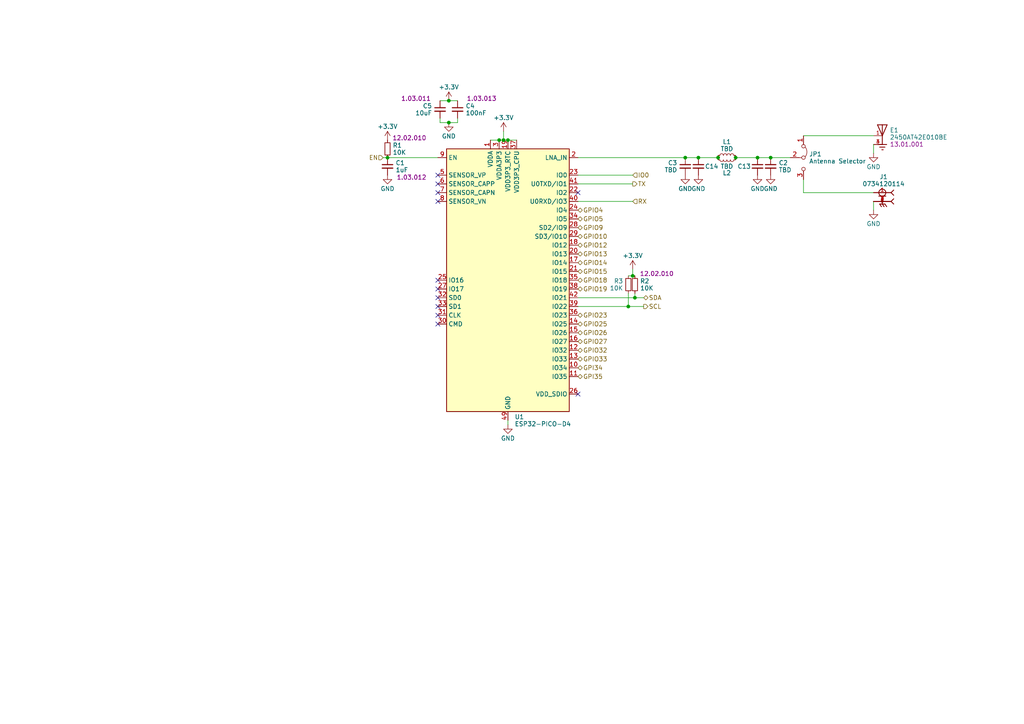
<source format=kicad_sch>
(kicad_sch (version 20230121) (generator eeschema)
  (paper "A4")
  (title_block (rev "1.0"))
  (lib_symbols
    (symbol "Device:C_Small" (pin_numbers hide) (pin_names (offset 0.254) hide)
      (property "Reference" "C" (at 0.254 1.778 0))
      (property "Value" "C_Small" (at 0.254 -2.032 0))
      (symbol "C_Small_0_1"
        (polyline (pts (xy -1.524 -0.508) (xy 1.524 -0.508)) (stroke (width 0.3302)))
        (polyline (pts (xy -1.524 0.508) (xy 1.524 0.508)) (stroke (width 0.3048)))
      )
      (symbol "C_Small_1_1"
        (pin passive line (at 0 2.54 270) (length 2.032) (name "~") (number "1"))
        (pin passive line (at 0 -2.54 90) (length 2.032) (name "~") (number "2"))
      )
    )
    (symbol "Device:L_Small" (pin_numbers hide) (pin_names (offset 0.254) hide)
      (property "Reference" "L" (at 0.762 1.016 0))
      (property "Value" "L_Small" (at 0.762 -1.016 0))
      (symbol "L_Small_0_1"
        (arc (start 0 -2.032) (mid 0.5058 -1.524) (end 0 -1.016))
        (arc (start 0 -1.016) (mid 0.5058 -0.508) (end 0 0))
        (arc (start 0 0) (mid 0.5058 0.508) (end 0 1.016))
        (arc (start 0 1.016) (mid 0.5058 1.524) (end 0 2.032))
      )
      (symbol "L_Small_1_1"
        (pin passive line (at 0 2.54 270) (length 0.508) (name "~") (number "1"))
        (pin passive line (at 0 -2.54 90) (length 0.508) (name "~") (number "2"))
      )
    )
    (symbol "Device:R_Small" (pin_numbers hide) (pin_names (offset 0.254) hide)
      (property "Reference" "R" (at 0.762 0.508 0))
      (property "Value" "R_Small" (at 0.762 -1.016 0))
      (symbol "R_Small_0_1"
        (rectangle (start -0.762 1.778) (end 0.762 -1.778) (stroke (width 0.2032)))
      )
      (symbol "R_Small_1_1"
        (pin passive line (at 0 2.54 270) (length 0.762) (name "~") (number "1"))
        (pin passive line (at 0 -2.54 90) (length 0.762) (name "~") (number "2"))
      )
    )
    (symbol "Jumper:Jumper_3_Bridged12" (pin_names (offset 0) hide)
      (property "Reference" "JP" (at -2.54 -2.54 0))
      (property "Value" "Jumper_3_Bridged12" (at 0 2.794 0))
      (symbol "Jumper_3_Bridged12_0_0"
        (circle (center -3.302 0) (radius 0.508))
        (circle (center 0 0) (radius 0.508))
        (circle (center 3.302 0) (radius 0.508))
      )
      (symbol "Jumper_3_Bridged12_0_1"
        (arc (start -0.254 0.508) (mid -1.651 0.9912) (end -3.048 0.508))
        (polyline (pts (xy 0 -1.27) (xy 0 -0.508)))
      )
      (symbol "Jumper_3_Bridged12_1_1"
        (pin passive line (at -6.35 0 0) (length 2.54) (name "A") (number "1"))
        (pin passive line (at 0 -3.81 90) (length 2.54) (name "C") (number "2"))
        (pin passive line (at 6.35 0 180) (length 2.54) (name "B") (number "3"))
      )
    )
    (symbol "RF_Module:ESP32-PICO-D4"
      (property "Reference" "U" (at -17.78 39.37 0))
      (property "Value" "ESP32-PICO-D4" (at 3.81 39.37 0))
      (symbol "ESP32-PICO-D4_0_0"
        (pin power_in line (at -5.08 40.64 270) (length 2.54) (name "VDDA") (number "1"))
        (pin input line (at 20.32 -25.4 180) (length 2.54) (name "IO34") (number "10"))
        (pin input line (at 20.32 -27.94 180) (length 2.54) (name "IO35") (number "11"))
        (pin bidirectional line (at 20.32 -20.32 180) (length 2.54) (name "IO32") (number "12"))
        (pin bidirectional line (at 20.32 -22.86 180) (length 2.54) (name "IO33") (number "13"))
        (pin bidirectional line (at 20.32 -12.7 180) (length 2.54) (name "IO25") (number "14"))
        (pin bidirectional line (at 20.32 -15.24 180) (length 2.54) (name "IO26") (number "15"))
        (pin bidirectional line (at 20.32 -17.78 180) (length 2.54) (name "IO27") (number "16"))
        (pin bidirectional line (at 20.32 5.08 180) (length 2.54) (name "IO14") (number "17"))
        (pin bidirectional line (at 20.32 10.16 180) (length 2.54) (name "IO12") (number "18"))
        (pin power_in line (at 0 40.64 270) (length 2.54) (name "VDD3P3_RTC") (number "19"))
        (pin bidirectional line (at 20.32 35.56 180) (length 2.54) (name "LNA_IN") (number "2"))
        (pin bidirectional line (at 20.32 7.62 180) (length 2.54) (name "IO13") (number "20"))
        (pin bidirectional line (at 20.32 2.54 180) (length 2.54) (name "IO15") (number "21"))
        (pin bidirectional line (at 20.32 25.4 180) (length 2.54) (name "IO2") (number "22"))
        (pin bidirectional line (at 20.32 30.48 180) (length 2.54) (name "IO0") (number "23"))
        (pin bidirectional line (at 20.32 20.32 180) (length 2.54) (name "IO4") (number "24"))
        (pin bidirectional line (at -20.32 0 0) (length 2.54) (name "IO16") (number "25"))
        (pin power_out line (at 20.32 -33.02 180) (length 2.54) (name "VDD_SDIO") (number "26"))
        (pin bidirectional line (at -20.32 -2.54 0) (length 2.54) (name "IO17") (number "27"))
        (pin bidirectional line (at 20.32 15.24 180) (length 2.54) (name "SD2/IO9") (number "28"))
        (pin bidirectional line (at 20.32 12.7 180) (length 2.54) (name "SD3/IO10") (number "29"))
        (pin power_in line (at -2.54 40.64 270) (length 2.54) (name "VDDA3P3") (number "3"))
        (pin bidirectional line (at -20.32 -12.7 0) (length 2.54) (name "CMD") (number "30"))
        (pin bidirectional line (at -20.32 -10.16 0) (length 2.54) (name "CLK") (number "31"))
        (pin bidirectional line (at -20.32 -5.08 0) (length 2.54) (name "SD0") (number "32"))
        (pin bidirectional line (at -20.32 -7.62 0) (length 2.54) (name "SD1") (number "33"))
        (pin bidirectional line (at 20.32 17.78 180) (length 2.54) (name "IO5") (number "34"))
        (pin bidirectional line (at 20.32 0 180) (length 2.54) (name "IO18") (number "35"))
        (pin bidirectional line (at 20.32 -10.16 180) (length 2.54) (name "IO23") (number "36"))
        (pin power_in line (at 2.54 40.64 270) (length 2.54) (name "VDD3P3_CPU") (number "37"))
        (pin bidirectional line (at 20.32 -2.54 180) (length 2.54) (name "IO19") (number "38"))
        (pin bidirectional line (at 20.32 -7.62 180) (length 2.54) (name "IO22") (number "39"))
        (pin passive line (at -2.54 40.64 270) (length 2.54) hide (name "VDDA3P3") (number "4"))
        (pin bidirectional line (at 20.32 22.86 180) (length 2.54) (name "U0RXD/IO3") (number "40"))
        (pin bidirectional line (at 20.32 27.94 180) (length 2.54) (name "U0TXD/IO1") (number "41"))
        (pin bidirectional line (at 20.32 -5.08 180) (length 2.54) (name "IO21") (number "42"))
        (pin passive line (at -5.08 40.64 270) (length 2.54) hide (name "VDDA") (number "43"))
        (pin no_connect line (at -17.78 -25.4 0) (length 2.54) hide (name "XTAL_N_NC") (number "44"))
        (pin no_connect line (at -17.78 -27.94 0) (length 2.54) hide (name "XTAL_P_NC") (number "45"))
        (pin passive line (at -5.08 40.64 270) (length 2.54) hide (name "VDDA") (number "46"))
        (pin no_connect line (at -17.78 -30.48 0) (length 2.54) hide (name "CAP2_NC") (number "47"))
        (pin no_connect line (at -17.78 -33.02 0) (length 2.54) hide (name "CAP1_NC") (number "48"))
        (pin power_in line (at 0 -40.64 90) (length 2.54) (name "GND") (number "49"))
        (pin input line (at -20.32 30.48 0) (length 2.54) (name "SENSOR_VP") (number "5"))
        (pin input line (at -20.32 27.94 0) (length 2.54) (name "SENSOR_CAPP") (number "6"))
        (pin input line (at -20.32 25.4 0) (length 2.54) (name "SENSOR_CAPN") (number "7"))
        (pin input line (at -20.32 22.86 0) (length 2.54) (name "SENSOR_VN") (number "8"))
        (pin input line (at -20.32 35.56 0) (length 2.54) (name "EN") (number "9"))
      )
      (symbol "ESP32-PICO-D4_0_1"
        (rectangle (start -17.78 38.1) (end 17.78 -38.1) (stroke (width 0.254)) (fill (type background)))
      )
    )
    (symbol "manul_tech:0734120114" (pin_names (offset 1.016))
      (property "Reference" "J" (at -3.81 4.064 0))
      (property "Value" "0734120114" (at -4.064 -4.318 0))
      (symbol "0734120114_0_0"
        (polyline (pts (xy -3.302 -0.762) (xy -2.54 0)) (stroke (width 0.254)))
        (polyline (pts (xy -3.302 0.762) (xy -2.54 0)) (stroke (width 0.254)))
        (polyline (pts (xy -3.302 1.778) (xy -2.54 2.54)) (stroke (width 0.254)))
        (polyline (pts (xy -3.302 3.302) (xy -2.54 2.54)) (stroke (width 0.254)))
        (polyline (pts (xy -2.54 0) (xy 0 0)) (stroke (width 0.254)))
        (polyline (pts (xy -2.54 2.54) (xy 2.54 2.54)) (stroke (width 0.254)))
        (polyline (pts (xy -1.016 1.524) (xy 0 1.524)) (stroke (width 0.254)))
        (polyline (pts (xy -0.762 -0.762) (xy -1.27 -1.524)) (stroke (width 0.254)))
        (polyline (pts (xy 0 -0.762) (xy -0.762 -0.762)) (stroke (width 0.254)))
        (polyline (pts (xy 0 -0.762) (xy -0.508 -1.524)) (stroke (width 0.254)))
        (polyline (pts (xy 0 -0.762) (xy 0.762 -0.762)) (stroke (width 0.254)))
        (polyline (pts (xy 0 0) (xy -2.286 0)) (stroke (width 0.254)))
        (polyline (pts (xy 0 0) (xy 0 -0.762)) (stroke (width 0.254)))
        (polyline (pts (xy 0 1.524) (xy 0 0)) (stroke (width 0.254)))
        (polyline (pts (xy 0 1.524) (xy 1.016 1.524)) (stroke (width 0.254)))
        (polyline (pts (xy 0.762 -0.762) (xy 0.254 -1.524)) (stroke (width 0.254)))
        (polyline (pts (xy 2.54 0) (xy 0 0)) (stroke (width 0.254)))
        (circle (center 0 0) (radius 0.254) (stroke (width 0.254)))
        (circle (center 0 2.54) (radius 1.016) (stroke (width 0.254)))
        (pin passive line (at 2.54 2.54 180) (length 5.08) (name "~") (number "1"))
        (pin power_in line (at 2.54 0 180) (length 5.08) (name "~") (number "2"))
        (pin power_in line (at 2.54 0 180) (length 5.08) (name "~") (number "3"))
        (pin power_in line (at 2.54 0 180) (length 5.08) (name "~") (number "4"))
      )
    )
    (symbol "manul_tech:2450AT42E010BE" (pin_names (offset 1.016) hide)
      (property "Reference" "E" (at 2.032 0.762 0))
      (property "Value" "2450AT42E010BE" (at 2.159 -1.016 0))
      (property "internalRef" "13.01.001" (at 7.62 -2.54 0))
      (symbol "2450AT42E010BE_0_0"
        (polyline (pts (xy -1.397 3.175) (xy 0 3.175)) (stroke (width 0.254)))
        (polyline (pts (xy -0.762 -3.302) (xy 0.762 -3.302)) (stroke (width 0.254)))
        (polyline (pts (xy -0.127 -4.064) (xy 0.254 -4.064)) (stroke (width 0.254)))
        (polyline (pts (xy 0 -2.54) (xy -1.27 -2.54)) (stroke (width 0.254)))
        (polyline (pts (xy 0 -2.54) (xy 1.27 -2.54)) (stroke (width 0.254)))
        (polyline (pts (xy 0 0) (xy -1.397 3.175)) (stroke (width 0.254)))
        (polyline (pts (xy 0 0) (xy 0 -2.54)) (stroke (width 0.254)))
        (polyline (pts (xy 0 3.175) (xy 0 0)) (stroke (width 0.254)))
        (polyline (pts (xy 0 3.175) (xy 1.397 3.175)) (stroke (width 0.254)))
        (polyline (pts (xy 1.397 3.175) (xy 0 0)) (stroke (width 0.254)))
        (pin passive line (at -2.54 0 0) (length 2.54) (name "~") (number "1"))
        (pin power_in line (at -2.54 -2.54 0) (length 2.54) (name "~") (number "3"))
        (pin power_in line (at -2.54 -2.54 0) (length 2.54) (name "~") (number "4"))
      )
    )
    (symbol "power:+3.3V" (power) (pin_names (offset 0))
      (property "Value" "+3.3V" (at 0 3.556 0))
      (symbol "+3.3V_0_1"
        (polyline (pts (xy -0.762 1.27) (xy 0 2.54)))
        (polyline (pts (xy 0 0) (xy 0 2.54)))
        (polyline (pts (xy 0 2.54) (xy 0.762 1.27)))
      )
      (symbol "+3.3V_1_1"
        (pin power_in line (at 0 0 90) (length 0) hide (name "+3.3V") (number "1"))
      )
    )
    (symbol "power:GND" (power) (pin_names (offset 0))
      (property "Value" "GND" (at 0 -3.81 0))
      (symbol "GND_0_1"
        (polyline (pts (xy 0 0) (xy 0 -1.27) (xy 1.27 -1.27) (xy 0 -2.54) (xy -1.27 -1.27) (xy 0 -1.27)))
      )
      (symbol "GND_1_1"
        (pin power_in line (at 0 0 270) (length 0) hide (name "GND") (number "1"))
      )
    )
  )
  (junction (at 223.52 45.72))
  (junction (at 112.395 45.72))
  (junction (at 183.515 80.01))
  (junction (at 144.78 40.64))
  (junction (at 146.05 40.64))
  (junction (at 147.32 40.64))
  (junction (at 198.755 45.72))
  (junction (at 130.175 35.56))
  (junction (at 213.36 45.72))
  (junction (at 202.565 45.72))
  (junction (at 208.28 45.72))
  (junction (at 219.71 45.72))
  (junction (at 184.15 86.36))
  (junction (at 130.175 29.21))
  (junction (at 182.245 88.9))
  (no_connect (at 127 58.42))
  (no_connect (at 167.64 114.3))
  (no_connect (at 167.64 55.88))
  (no_connect (at 127 53.34))
  (no_connect (at 127 93.98))
  (no_connect (at 127 50.8))
  (no_connect (at 127 55.88))
  (no_connect (at 127 91.44))
  (no_connect (at 127 83.82))
  (no_connect (at 127 81.28))
  (no_connect (at 127 86.36))
  (no_connect (at 127 88.9))
  (wire (pts (xy 182.245 85.09) (xy 182.245 88.9)))
  (wire (pts (xy 127.635 29.21) (xy 130.175 29.21)))
  (wire (pts (xy 213.36 45.085) (xy 213.36 45.72)))
  (wire (pts (xy 253.365 58.42) (xy 253.365 60.96)))
  (wire (pts (xy 219.71 45.72) (xy 223.52 45.72)))
  (wire (pts (xy 147.32 40.64) (xy 149.86 40.64)))
  (wire (pts (xy 182.245 80.01) (xy 183.515 80.01)))
  (wire (pts (xy 184.15 86.36) (xy 186.69 86.36)))
  (wire (pts (xy 253.365 41.91) (xy 253.365 44.45)))
  (wire (pts (xy 112.395 45.72) (xy 127 45.72)))
  (wire (pts (xy 213.36 45.72) (xy 219.71 45.72)))
  (wire (pts (xy 147.32 121.92) (xy 147.32 123.19)))
  (wire (pts (xy 183.515 78.105) (xy 183.515 80.01)))
  (wire (pts (xy 208.28 45.72) (xy 208.28 46.355)))
  (wire (pts (xy 132.715 35.56) (xy 130.175 35.56)))
  (wire (pts (xy 146.05 38.1) (xy 146.05 40.64)))
  (wire (pts (xy 233.045 39.37) (xy 253.365 39.37)))
  (wire (pts (xy 233.045 55.88) (xy 253.365 55.88)))
  (wire (pts (xy 202.565 45.72) (xy 208.28 45.72)))
  (wire (pts (xy 167.64 86.36) (xy 184.15 86.36)))
  (wire (pts (xy 167.64 45.72) (xy 198.755 45.72)))
  (wire (pts (xy 208.28 45.085) (xy 208.28 45.72)))
  (wire (pts (xy 144.78 40.64) (xy 146.05 40.64)))
  (wire (pts (xy 127.635 34.29) (xy 127.635 35.56)))
  (wire (pts (xy 127.635 35.56) (xy 130.175 35.56)))
  (wire (pts (xy 167.64 88.9) (xy 182.245 88.9)))
  (wire (pts (xy 146.05 40.64) (xy 147.32 40.64)))
  (wire (pts (xy 130.175 29.21) (xy 132.715 29.21)))
  (wire (pts (xy 183.515 80.01) (xy 184.15 80.01)))
  (wire (pts (xy 111.125 45.72) (xy 112.395 45.72)))
  (wire (pts (xy 233.045 52.07) (xy 233.045 55.88)))
  (wire (pts (xy 182.245 88.9) (xy 186.69 88.9)))
  (wire (pts (xy 223.52 45.72) (xy 229.235 45.72)))
  (wire (pts (xy 167.64 53.34) (xy 183.515 53.34)))
  (wire (pts (xy 132.715 34.29) (xy 132.715 35.56)))
  (wire (pts (xy 142.24 40.64) (xy 144.78 40.64)))
  (wire (pts (xy 213.36 45.72) (xy 213.36 46.355)))
  (wire (pts (xy 184.15 85.09) (xy 184.15 86.36)))
  (wire (pts (xy 167.64 50.8) (xy 183.515 50.8)))
  (wire (pts (xy 167.64 58.42) (xy 183.515 58.42)))
  (wire (pts (xy 198.755 45.72) (xy 202.565 45.72)))
  (hierarchical_label "EN" (shape input) (at 111.125 45.72 180))
  (hierarchical_label "GPIO4" (shape bidirectional) (at 167.64 60.96 0))
  (hierarchical_label "GPIO23" (shape bidirectional) (at 167.64 91.44 0))
  (hierarchical_label "GPIO12" (shape bidirectional) (at 167.64 71.12 0))
  (hierarchical_label "TX" (shape output) (at 183.515 53.34 0))
  (hierarchical_label "GPI35" (shape bidirectional) (at 167.64 109.22 0))
  (hierarchical_label "GPIO19" (shape bidirectional) (at 167.64 83.82 0))
  (hierarchical_label "GPIO5" (shape bidirectional) (at 167.64 63.5 0))
  (hierarchical_label "GPIO32" (shape bidirectional) (at 167.64 101.6 0))
  (hierarchical_label "RX" (shape input) (at 183.515 58.42 0))
  (hierarchical_label "GPIO13" (shape bidirectional) (at 167.64 73.66 0))
  (hierarchical_label "GPIO18" (shape bidirectional) (at 167.64 81.28 0))
  (hierarchical_label "GPI34" (shape bidirectional) (at 167.64 106.68 0))
  (hierarchical_label "GPIO33" (shape bidirectional) (at 167.64 104.14 0))
  (hierarchical_label "GPIO25" (shape bidirectional) (at 167.64 93.98 0))
  (hierarchical_label "SDA" (shape bidirectional) (at 186.69 86.36 0))
  (hierarchical_label "GPIO26" (shape bidirectional) (at 167.64 96.52 0))
  (hierarchical_label "GPIO14" (shape bidirectional) (at 167.64 76.2 0))
  (hierarchical_label "GPIO10" (shape bidirectional) (at 167.64 68.58 0))
  (hierarchical_label "GPIO15" (shape bidirectional) (at 167.64 78.74 0))
  (hierarchical_label "GPIO27" (shape bidirectional) (at 167.64 99.06 0))
  (hierarchical_label "SCL" (shape output) (at 186.69 88.9 0))
  (hierarchical_label "IO0" (shape input) (at 183.515 50.8 0))
  (hierarchical_label "GPIO9" (shape bidirectional) (at 167.64 66.04 0))
  (symbol (lib_id "power:GND") (at 130.175 35.56 0) (unit 1)
    (property "Reference" "#PWR08" (effects hide))
    (property "Value" "GND" (at 130.175 39.505 0))
  )
  (symbol (lib_id "Device:C_Small") (at 132.715 31.75 0) (unit 1)
    (property "Reference" "C4" (at 135.0391 30.7323 0) (effects (justify left)))
    (property "Value" "100nF" (at 135.0391 32.7803 0) (effects (justify left)))
    (property "Footprint" "Capacitor_SMD:C_0402_1005Metric" (effects hide))
    (property "internalRef" "1.03.013" (at 139.7 28.575 0))
  )
  (symbol (lib_id "power:GND") (at 253.365 44.45 0) (unit 1)
    (property "Reference" "#PWR06" (effects hide))
    (property "Value" "GND" (at 253.365 48.395 0))
  )
  (symbol (lib_id "power:GND") (at 253.365 60.96 0) (unit 1)
    (property "Reference" "#PWR07" (effects hide))
    (property "Value" "GND" (at 253.365 64.905 0))
  )
  (symbol (lib_id "Device:C_Small") (at 112.395 48.26 0) (unit 1)
    (property "Reference" "C1" (at 114.7191 47.2423 0) (effects (justify left)))
    (property "Value" "1uF" (at 114.7191 49.2903 0) (effects (justify left)))
    (property "Footprint" "Capacitor_SMD:C_0402_1005Metric" (effects hide))
    (property "internalRef" "1.03.012" (at 119.38 51.435 0))
  )
  (symbol (lib_id "Device:L_Small") (at 210.82 46.355 270) (unit 1)
    (property "Reference" "L2" (at 210.82 50.165 90))
    (property "Value" "TBD" (at 210.82 48.26 90))
    (property "Footprint" "Inductor_SMD:L_0402_1005Metric" (effects hide))
  )
  (symbol (lib_id "power:+3.3V") (at 183.515 78.105 0) (unit 1)
    (property "Reference" "#PWR010" (effects hide))
    (property "Value" "+3.3V" (at 183.515 74.16 0))
  )
  (symbol (lib_id "Device:C_Small") (at 202.565 48.26 0) (unit 1)
    (property "Reference" "C14" (at 204.47 48.26 0) (effects (justify left)))
    (property "Value" "TBD" (effects hide))
    (property "Footprint" "Capacitor_SMD:C_0402_1005Metric" (effects hide))
  )
  (symbol (lib_id "Device:L_Small") (at 210.82 45.085 90) (unit 1)
    (property "Reference" "L1" (at 210.82 41.1262 90))
    (property "Value" "TBD" (at 210.82 43.1742 90))
    (property "Footprint" "Inductor_SMD:L_0402_1005Metric" (effects hide))
  )
  (symbol (lib_id "Device:C_Small") (at 219.71 48.26 0) (mirror y) (unit 1)
    (property "Reference" "C13" (at 217.805 48.26 0) (effects (justify left)))
    (property "Value" "TBD" (effects hide))
    (property "Footprint" "Capacitor_SMD:C_0402_1005Metric" (effects hide))
  )
  (symbol (lib_id "power:GND") (at 112.395 50.8 0) (unit 1)
    (property "Reference" "#PWR01" (effects hide))
    (property "Value" "GND" (at 112.395 54.745 0))
  )
  (symbol (lib_id "power:GND") (at 219.71 50.8 0) (mirror y) (unit 1)
    (property "Reference" "#PWR046" (effects hide))
    (property "Value" "GND" (at 219.71 54.745 0))
  )
  (symbol (lib_id "Device:C_Small") (at 198.755 48.26 0) (mirror y) (unit 1)
    (property "Reference" "C3" (at 196.4309 47.2423 0) (effects (justify left)))
    (property "Value" "TBD" (at 196.4309 49.2903 0) (effects (justify left)))
    (property "Footprint" "Capacitor_SMD:C_0402_1005Metric" (effects hide))
  )
  (symbol (lib_id "power:+3.3V") (at 112.395 40.64 0) (unit 1)
    (property "Reference" "#PWR02" (effects hide))
    (property "Value" "+3.3V" (at 112.395 36.695 0))
  )
  (symbol (lib_id "Jumper:Jumper_3_Bridged12") (at 233.045 45.72 270) (unit 1)
    (property "Reference" "JP1" (at 234.6712 44.696 90) (effects (justify left)))
    (property "Value" "Antenna Selector" (at 234.6712 46.744 90) (effects (justify left)))
    (property "Footprint" "Jumper:SolderJumper-3_P1.3mm_Open_RoundedPad1.0x1.5mm" (effects hide))
  )
  (symbol (lib_id "manul_tech:2450AT42E010BE") (at 255.905 39.37 0) (unit 1)
    (property "Reference" "E1" (at 258.064 37.7665 0) (effects (justify left)))
    (property "Value" "2450AT42E010BE" (at 258.064 39.8145 0) (effects (justify left)))
    (property "Footprint" "manul_tech:XDCR_2450AT42E010BE" (effects hide))
    (property "STANDARD" "Manufacturer Recommendation" (effects hide))
    (property "MAXIMUM_PACKAGE_HEIGHT" "1.7 mm" (effects hide))
    (property "MANUFACTURER" "Johanson Technology" (effects hide))
    (property "PARTREV" "1.3" (effects hide))
    (property "internalRef" "13.01.001" (at 258.064 41.8625 0) (effects (justify left)))
  )
  (symbol (lib_id "Device:C_Small") (at 127.635 31.75 0) (mirror y) (unit 1)
    (property "Reference" "C5" (at 125.3109 30.7323 0) (effects (justify left)))
    (property "Value" "10uF" (at 125.3109 32.7803 0) (effects (justify left)))
    (property "Footprint" "Capacitor_SMD:C_0402_1005Metric" (effects hide))
    (property "internalRef" "1.03.011" (at 120.65 28.575 0))
  )
  (symbol (lib_id "power:GND") (at 147.32 123.19 0) (unit 1)
    (property "Reference" "#PWR011" (effects hide))
    (property "Value" "GND" (at 147.32 127.135 0))
  )
  (symbol (lib_id "power:GND") (at 198.755 50.8 0) (unit 1)
    (property "Reference" "#PWR04" (effects hide))
    (property "Value" "GND" (at 198.755 54.745 0))
  )
  (symbol (lib_id "power:+3.3V") (at 130.175 29.21 0) (unit 1)
    (property "Reference" "#PWR03" (effects hide))
    (property "Value" "+3.3V" (at 130.175 25.265 0))
  )
  (symbol (lib_id "Device:R_Small") (at 112.395 43.18 0) (unit 1)
    (property "Reference" "R1" (at 113.8936 42.156 0) (effects (justify left)))
    (property "Value" "10K" (at 113.8936 44.204 0) (effects (justify left)))
    (property "Footprint" "Resistor_SMD:R_0402_1005Metric" (effects hide))
    (property "internalRef" "12.02.010" (at 118.745 40.005 0))
  )
  (symbol (lib_id "Device:R_Small") (at 182.245 82.55 0) (mirror y) (unit 1)
    (property "Reference" "R3" (at 180.7464 81.526 0) (effects (justify left)))
    (property "Value" "10K" (at 180.7464 83.574 0) (effects (justify left)))
    (property "Footprint" "Resistor_SMD:R_0402_1005Metric" (effects hide))
    (property "internalRef" "12.02.010" (effects hide))
  )
  (symbol (lib_id "power:GND") (at 202.565 50.8 0) (unit 1)
    (property "Reference" "#PWR047" (effects hide))
    (property "Value" "GND" (at 202.565 54.745 0))
  )
  (symbol (lib_id "power:+3.3V") (at 146.05 38.1 0) (unit 1)
    (property "Reference" "#PWR09" (effects hide))
    (property "Value" "+3.3V" (at 146.05 34.155 0))
  )
  (symbol (lib_id "RF_Module:ESP32-PICO-D4") (at 147.32 81.28 0) (unit 1)
    (property "Reference" "U1" (at 149.2759 120.912 0) (effects (justify left)))
    (property "Value" "ESP32-PICO-D4" (at 149.2759 122.96 0) (effects (justify left)))
    (property "Footprint" "Package_DFN_QFN:QFN-48-1EP_7x7mm_P0.5mm_EP5.3x5.3mm" (effects hide))
    (property "Datasheet" "https://www.espressif.com/sites/default/files/documentation/esp32-pico-d4_datasheet_en.pdf" (effects hide))
  )
  (symbol (lib_id "Device:C_Small") (at 223.52 48.26 0) (unit 1)
    (property "Reference" "C2" (at 225.8441 47.2423 0) (effects (justify left)))
    (property "Value" "TBD" (at 225.8441 49.2903 0) (effects (justify left)))
    (property "Footprint" "Capacitor_SMD:C_0402_1005Metric" (effects hide))
  )
  (symbol (lib_id "Device:R_Small") (at 184.15 82.55 0) (unit 1)
    (property "Reference" "R2" (at 185.6486 81.526 0) (effects (justify left)))
    (property "Value" "10K" (at 185.6486 83.574 0) (effects (justify left)))
    (property "Footprint" "Resistor_SMD:R_0402_1005Metric" (effects hide))
    (property "internalRef" "12.02.010" (at 190.5 79.375 0))
  )
  (symbol (lib_id "power:GND") (at 223.52 50.8 0) (unit 1)
    (property "Reference" "#PWR05" (effects hide))
    (property "Value" "GND" (at 223.52 54.745 0))
  )
  (symbol (lib_id "manul_tech:0734120114") (at 255.905 58.42 0) (mirror y) (unit 1)
    (property "Reference" "J1" (at 256.286 51.284 0))
    (property "Value" "0734120114" (at 256.286 53.332 0))
    (property "Footprint" "manul_tech:0734120114" (effects hide))
    (property "Manufacturer" "Molex" (effects hide))
    (property "MPN" "0734120114" (effects hide))
  )
)
</source>
